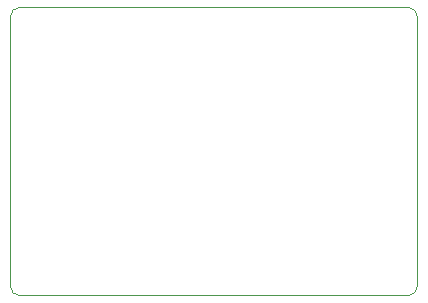
<source format=gbr>
G04 #@! TF.GenerationSoftware,KiCad,Pcbnew,(6.0.0)*
G04 #@! TF.CreationDate,2022-07-24T20:48:06-05:00*
G04 #@! TF.ProjectId,SWDAdapter,53574441-6461-4707-9465-722e6b696361,rev?*
G04 #@! TF.SameCoordinates,Original*
G04 #@! TF.FileFunction,Profile,NP*
%FSLAX46Y46*%
G04 Gerber Fmt 4.6, Leading zero omitted, Abs format (unit mm)*
G04 Created by KiCad (PCBNEW (6.0.0)) date 2022-07-24 20:48:06*
%MOMM*%
%LPD*%
G01*
G04 APERTURE LIST*
G04 #@! TA.AperFunction,Profile*
%ADD10C,0.050000*%
G04 #@! TD*
G04 APERTURE END LIST*
D10*
X121412000Y-81026000D02*
X121412000Y-58166000D01*
X155098000Y-81787999D02*
G75*
G03*
X155860000Y-81026000I1J761999D01*
G01*
X155859999Y-58166000D02*
G75*
G03*
X155098000Y-57404000I-761999J1D01*
G01*
X155860000Y-58166000D02*
X155860000Y-81026000D01*
X155098000Y-81788000D02*
X122174000Y-81788000D01*
X121412000Y-81026000D02*
G75*
G03*
X122174000Y-81788000I762001J1D01*
G01*
X122174000Y-57404000D02*
X155098000Y-57404000D01*
X122174000Y-57404000D02*
G75*
G03*
X121412000Y-58166000I1J-762001D01*
G01*
M02*

</source>
